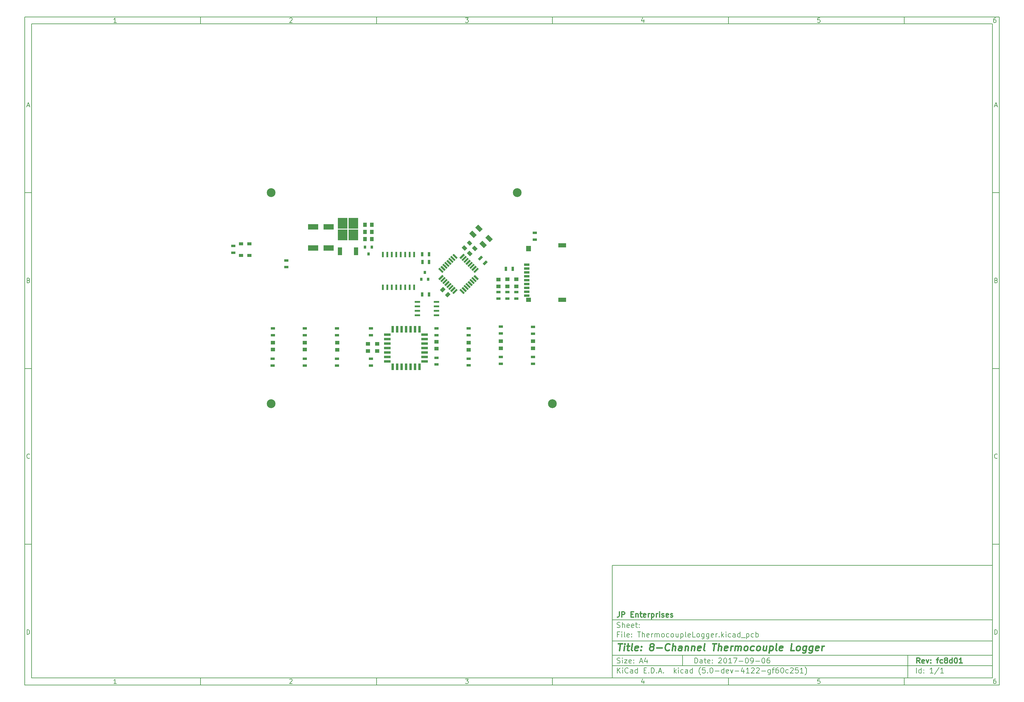
<source format=gtp>
%TF.GenerationSoftware,KiCad,Pcbnew,(5.0-dev-4122-gf60c251)*%
%TF.CreationDate,2018-08-13T09:47:59+01:00*%
%TF.ProjectId,ThermocoupleLogger,546865726D6F636F75706C654C6F6767,fc8d01*%
%TF.SameCoordinates,Original*%
%TF.FileFunction,Paste,Top*%
%TF.FilePolarity,Positive*%
%FSLAX46Y46*%
G04 Gerber Fmt 4.6, Leading zero omitted, Abs format (unit mm)*
G04 Created by KiCad (PCBNEW (5.0-dev-4122-gf60c251)) date Monday, 13 August 2018 at 09:47:59*
%MOMM*%
%LPD*%
G01*
G04 APERTURE LIST*
%ADD10C,0.100000*%
%ADD11C,0.150000*%
%ADD12C,0.300000*%
%ADD13C,0.400000*%
%ADD14R,0.700000X1.300000*%
%ADD15R,1.200000X0.900000*%
%ADD16R,3.000000X1.600000*%
%ADD17R,0.800000X0.900000*%
%ADD18C,1.200000*%
%ADD19C,2.500000*%
%ADD20C,0.550000*%
%ADD21R,1.600000X0.700000*%
%ADD22R,1.400000X1.200000*%
%ADD23R,1.400000X1.600000*%
%ADD24R,2.200000X1.200000*%
%ADD25C,1.000000*%
%ADD26R,0.600000X1.500000*%
%ADD27R,1.250000X1.000000*%
%ADD28R,1.300000X0.700000*%
%ADD29R,0.700000X1.925000*%
%ADD30R,1.925000X0.700000*%
%ADD31R,1.000000X1.250000*%
%ADD32C,0.700000*%
%ADD33R,1.550000X0.600000*%
%ADD34R,2.750000X3.050000*%
%ADD35R,1.200000X2.200000*%
G04 APERTURE END LIST*
D10*
D11*
X177002200Y-166007200D02*
X177002200Y-198007200D01*
X285002200Y-198007200D01*
X285002200Y-166007200D01*
X177002200Y-166007200D01*
D10*
D11*
X10000000Y-10000000D02*
X10000000Y-200007200D01*
X287002200Y-200007200D01*
X287002200Y-10000000D01*
X10000000Y-10000000D01*
D10*
D11*
X12000000Y-12000000D02*
X12000000Y-198007200D01*
X285002200Y-198007200D01*
X285002200Y-12000000D01*
X12000000Y-12000000D01*
D10*
D11*
X60000000Y-12000000D02*
X60000000Y-10000000D01*
D10*
D11*
X110000000Y-12000000D02*
X110000000Y-10000000D01*
D10*
D11*
X160000000Y-12000000D02*
X160000000Y-10000000D01*
D10*
D11*
X210000000Y-12000000D02*
X210000000Y-10000000D01*
D10*
D11*
X260000000Y-12000000D02*
X260000000Y-10000000D01*
D10*
D11*
X36065476Y-11588095D02*
X35322619Y-11588095D01*
X35694047Y-11588095D02*
X35694047Y-10288095D01*
X35570238Y-10473809D01*
X35446428Y-10597619D01*
X35322619Y-10659523D01*
D10*
D11*
X85322619Y-10411904D02*
X85384523Y-10350000D01*
X85508333Y-10288095D01*
X85817857Y-10288095D01*
X85941666Y-10350000D01*
X86003571Y-10411904D01*
X86065476Y-10535714D01*
X86065476Y-10659523D01*
X86003571Y-10845238D01*
X85260714Y-11588095D01*
X86065476Y-11588095D01*
D10*
D11*
X135260714Y-10288095D02*
X136065476Y-10288095D01*
X135632142Y-10783333D01*
X135817857Y-10783333D01*
X135941666Y-10845238D01*
X136003571Y-10907142D01*
X136065476Y-11030952D01*
X136065476Y-11340476D01*
X136003571Y-11464285D01*
X135941666Y-11526190D01*
X135817857Y-11588095D01*
X135446428Y-11588095D01*
X135322619Y-11526190D01*
X135260714Y-11464285D01*
D10*
D11*
X185941666Y-10721428D02*
X185941666Y-11588095D01*
X185632142Y-10226190D02*
X185322619Y-11154761D01*
X186127380Y-11154761D01*
D10*
D11*
X236003571Y-10288095D02*
X235384523Y-10288095D01*
X235322619Y-10907142D01*
X235384523Y-10845238D01*
X235508333Y-10783333D01*
X235817857Y-10783333D01*
X235941666Y-10845238D01*
X236003571Y-10907142D01*
X236065476Y-11030952D01*
X236065476Y-11340476D01*
X236003571Y-11464285D01*
X235941666Y-11526190D01*
X235817857Y-11588095D01*
X235508333Y-11588095D01*
X235384523Y-11526190D01*
X235322619Y-11464285D01*
D10*
D11*
X285941666Y-10288095D02*
X285694047Y-10288095D01*
X285570238Y-10350000D01*
X285508333Y-10411904D01*
X285384523Y-10597619D01*
X285322619Y-10845238D01*
X285322619Y-11340476D01*
X285384523Y-11464285D01*
X285446428Y-11526190D01*
X285570238Y-11588095D01*
X285817857Y-11588095D01*
X285941666Y-11526190D01*
X286003571Y-11464285D01*
X286065476Y-11340476D01*
X286065476Y-11030952D01*
X286003571Y-10907142D01*
X285941666Y-10845238D01*
X285817857Y-10783333D01*
X285570238Y-10783333D01*
X285446428Y-10845238D01*
X285384523Y-10907142D01*
X285322619Y-11030952D01*
D10*
D11*
X60000000Y-198007200D02*
X60000000Y-200007200D01*
D10*
D11*
X110000000Y-198007200D02*
X110000000Y-200007200D01*
D10*
D11*
X160000000Y-198007200D02*
X160000000Y-200007200D01*
D10*
D11*
X210000000Y-198007200D02*
X210000000Y-200007200D01*
D10*
D11*
X260000000Y-198007200D02*
X260000000Y-200007200D01*
D10*
D11*
X36065476Y-199595295D02*
X35322619Y-199595295D01*
X35694047Y-199595295D02*
X35694047Y-198295295D01*
X35570238Y-198481009D01*
X35446428Y-198604819D01*
X35322619Y-198666723D01*
D10*
D11*
X85322619Y-198419104D02*
X85384523Y-198357200D01*
X85508333Y-198295295D01*
X85817857Y-198295295D01*
X85941666Y-198357200D01*
X86003571Y-198419104D01*
X86065476Y-198542914D01*
X86065476Y-198666723D01*
X86003571Y-198852438D01*
X85260714Y-199595295D01*
X86065476Y-199595295D01*
D10*
D11*
X135260714Y-198295295D02*
X136065476Y-198295295D01*
X135632142Y-198790533D01*
X135817857Y-198790533D01*
X135941666Y-198852438D01*
X136003571Y-198914342D01*
X136065476Y-199038152D01*
X136065476Y-199347676D01*
X136003571Y-199471485D01*
X135941666Y-199533390D01*
X135817857Y-199595295D01*
X135446428Y-199595295D01*
X135322619Y-199533390D01*
X135260714Y-199471485D01*
D10*
D11*
X185941666Y-198728628D02*
X185941666Y-199595295D01*
X185632142Y-198233390D02*
X185322619Y-199161961D01*
X186127380Y-199161961D01*
D10*
D11*
X236003571Y-198295295D02*
X235384523Y-198295295D01*
X235322619Y-198914342D01*
X235384523Y-198852438D01*
X235508333Y-198790533D01*
X235817857Y-198790533D01*
X235941666Y-198852438D01*
X236003571Y-198914342D01*
X236065476Y-199038152D01*
X236065476Y-199347676D01*
X236003571Y-199471485D01*
X235941666Y-199533390D01*
X235817857Y-199595295D01*
X235508333Y-199595295D01*
X235384523Y-199533390D01*
X235322619Y-199471485D01*
D10*
D11*
X285941666Y-198295295D02*
X285694047Y-198295295D01*
X285570238Y-198357200D01*
X285508333Y-198419104D01*
X285384523Y-198604819D01*
X285322619Y-198852438D01*
X285322619Y-199347676D01*
X285384523Y-199471485D01*
X285446428Y-199533390D01*
X285570238Y-199595295D01*
X285817857Y-199595295D01*
X285941666Y-199533390D01*
X286003571Y-199471485D01*
X286065476Y-199347676D01*
X286065476Y-199038152D01*
X286003571Y-198914342D01*
X285941666Y-198852438D01*
X285817857Y-198790533D01*
X285570238Y-198790533D01*
X285446428Y-198852438D01*
X285384523Y-198914342D01*
X285322619Y-199038152D01*
D10*
D11*
X10000000Y-60000000D02*
X12000000Y-60000000D01*
D10*
D11*
X10000000Y-110000000D02*
X12000000Y-110000000D01*
D10*
D11*
X10000000Y-160000000D02*
X12000000Y-160000000D01*
D10*
D11*
X10690476Y-35216666D02*
X11309523Y-35216666D01*
X10566666Y-35588095D02*
X11000000Y-34288095D01*
X11433333Y-35588095D01*
D10*
D11*
X11092857Y-84907142D02*
X11278571Y-84969047D01*
X11340476Y-85030952D01*
X11402380Y-85154761D01*
X11402380Y-85340476D01*
X11340476Y-85464285D01*
X11278571Y-85526190D01*
X11154761Y-85588095D01*
X10659523Y-85588095D01*
X10659523Y-84288095D01*
X11092857Y-84288095D01*
X11216666Y-84350000D01*
X11278571Y-84411904D01*
X11340476Y-84535714D01*
X11340476Y-84659523D01*
X11278571Y-84783333D01*
X11216666Y-84845238D01*
X11092857Y-84907142D01*
X10659523Y-84907142D01*
D10*
D11*
X11402380Y-135464285D02*
X11340476Y-135526190D01*
X11154761Y-135588095D01*
X11030952Y-135588095D01*
X10845238Y-135526190D01*
X10721428Y-135402380D01*
X10659523Y-135278571D01*
X10597619Y-135030952D01*
X10597619Y-134845238D01*
X10659523Y-134597619D01*
X10721428Y-134473809D01*
X10845238Y-134350000D01*
X11030952Y-134288095D01*
X11154761Y-134288095D01*
X11340476Y-134350000D01*
X11402380Y-134411904D01*
D10*
D11*
X10659523Y-185588095D02*
X10659523Y-184288095D01*
X10969047Y-184288095D01*
X11154761Y-184350000D01*
X11278571Y-184473809D01*
X11340476Y-184597619D01*
X11402380Y-184845238D01*
X11402380Y-185030952D01*
X11340476Y-185278571D01*
X11278571Y-185402380D01*
X11154761Y-185526190D01*
X10969047Y-185588095D01*
X10659523Y-185588095D01*
D10*
D11*
X287002200Y-60000000D02*
X285002200Y-60000000D01*
D10*
D11*
X287002200Y-110000000D02*
X285002200Y-110000000D01*
D10*
D11*
X287002200Y-160000000D02*
X285002200Y-160000000D01*
D10*
D11*
X285692676Y-35216666D02*
X286311723Y-35216666D01*
X285568866Y-35588095D02*
X286002200Y-34288095D01*
X286435533Y-35588095D01*
D10*
D11*
X286095057Y-84907142D02*
X286280771Y-84969047D01*
X286342676Y-85030952D01*
X286404580Y-85154761D01*
X286404580Y-85340476D01*
X286342676Y-85464285D01*
X286280771Y-85526190D01*
X286156961Y-85588095D01*
X285661723Y-85588095D01*
X285661723Y-84288095D01*
X286095057Y-84288095D01*
X286218866Y-84350000D01*
X286280771Y-84411904D01*
X286342676Y-84535714D01*
X286342676Y-84659523D01*
X286280771Y-84783333D01*
X286218866Y-84845238D01*
X286095057Y-84907142D01*
X285661723Y-84907142D01*
D10*
D11*
X286404580Y-135464285D02*
X286342676Y-135526190D01*
X286156961Y-135588095D01*
X286033152Y-135588095D01*
X285847438Y-135526190D01*
X285723628Y-135402380D01*
X285661723Y-135278571D01*
X285599819Y-135030952D01*
X285599819Y-134845238D01*
X285661723Y-134597619D01*
X285723628Y-134473809D01*
X285847438Y-134350000D01*
X286033152Y-134288095D01*
X286156961Y-134288095D01*
X286342676Y-134350000D01*
X286404580Y-134411904D01*
D10*
D11*
X285661723Y-185588095D02*
X285661723Y-184288095D01*
X285971247Y-184288095D01*
X286156961Y-184350000D01*
X286280771Y-184473809D01*
X286342676Y-184597619D01*
X286404580Y-184845238D01*
X286404580Y-185030952D01*
X286342676Y-185278571D01*
X286280771Y-185402380D01*
X286156961Y-185526190D01*
X285971247Y-185588095D01*
X285661723Y-185588095D01*
D10*
D11*
X200434342Y-193785771D02*
X200434342Y-192285771D01*
X200791485Y-192285771D01*
X201005771Y-192357200D01*
X201148628Y-192500057D01*
X201220057Y-192642914D01*
X201291485Y-192928628D01*
X201291485Y-193142914D01*
X201220057Y-193428628D01*
X201148628Y-193571485D01*
X201005771Y-193714342D01*
X200791485Y-193785771D01*
X200434342Y-193785771D01*
X202577200Y-193785771D02*
X202577200Y-193000057D01*
X202505771Y-192857200D01*
X202362914Y-192785771D01*
X202077200Y-192785771D01*
X201934342Y-192857200D01*
X202577200Y-193714342D02*
X202434342Y-193785771D01*
X202077200Y-193785771D01*
X201934342Y-193714342D01*
X201862914Y-193571485D01*
X201862914Y-193428628D01*
X201934342Y-193285771D01*
X202077200Y-193214342D01*
X202434342Y-193214342D01*
X202577200Y-193142914D01*
X203077200Y-192785771D02*
X203648628Y-192785771D01*
X203291485Y-192285771D02*
X203291485Y-193571485D01*
X203362914Y-193714342D01*
X203505771Y-193785771D01*
X203648628Y-193785771D01*
X204720057Y-193714342D02*
X204577200Y-193785771D01*
X204291485Y-193785771D01*
X204148628Y-193714342D01*
X204077200Y-193571485D01*
X204077200Y-193000057D01*
X204148628Y-192857200D01*
X204291485Y-192785771D01*
X204577200Y-192785771D01*
X204720057Y-192857200D01*
X204791485Y-193000057D01*
X204791485Y-193142914D01*
X204077200Y-193285771D01*
X205434342Y-193642914D02*
X205505771Y-193714342D01*
X205434342Y-193785771D01*
X205362914Y-193714342D01*
X205434342Y-193642914D01*
X205434342Y-193785771D01*
X205434342Y-192857200D02*
X205505771Y-192928628D01*
X205434342Y-193000057D01*
X205362914Y-192928628D01*
X205434342Y-192857200D01*
X205434342Y-193000057D01*
X207220057Y-192428628D02*
X207291485Y-192357200D01*
X207434342Y-192285771D01*
X207791485Y-192285771D01*
X207934342Y-192357200D01*
X208005771Y-192428628D01*
X208077200Y-192571485D01*
X208077200Y-192714342D01*
X208005771Y-192928628D01*
X207148628Y-193785771D01*
X208077200Y-193785771D01*
X209005771Y-192285771D02*
X209148628Y-192285771D01*
X209291485Y-192357200D01*
X209362914Y-192428628D01*
X209434342Y-192571485D01*
X209505771Y-192857200D01*
X209505771Y-193214342D01*
X209434342Y-193500057D01*
X209362914Y-193642914D01*
X209291485Y-193714342D01*
X209148628Y-193785771D01*
X209005771Y-193785771D01*
X208862914Y-193714342D01*
X208791485Y-193642914D01*
X208720057Y-193500057D01*
X208648628Y-193214342D01*
X208648628Y-192857200D01*
X208720057Y-192571485D01*
X208791485Y-192428628D01*
X208862914Y-192357200D01*
X209005771Y-192285771D01*
X210934342Y-193785771D02*
X210077200Y-193785771D01*
X210505771Y-193785771D02*
X210505771Y-192285771D01*
X210362914Y-192500057D01*
X210220057Y-192642914D01*
X210077200Y-192714342D01*
X211434342Y-192285771D02*
X212434342Y-192285771D01*
X211791485Y-193785771D01*
X213005771Y-193214342D02*
X214148628Y-193214342D01*
X215148628Y-192285771D02*
X215291485Y-192285771D01*
X215434342Y-192357200D01*
X215505771Y-192428628D01*
X215577200Y-192571485D01*
X215648628Y-192857200D01*
X215648628Y-193214342D01*
X215577200Y-193500057D01*
X215505771Y-193642914D01*
X215434342Y-193714342D01*
X215291485Y-193785771D01*
X215148628Y-193785771D01*
X215005771Y-193714342D01*
X214934342Y-193642914D01*
X214862914Y-193500057D01*
X214791485Y-193214342D01*
X214791485Y-192857200D01*
X214862914Y-192571485D01*
X214934342Y-192428628D01*
X215005771Y-192357200D01*
X215148628Y-192285771D01*
X216362914Y-193785771D02*
X216648628Y-193785771D01*
X216791485Y-193714342D01*
X216862914Y-193642914D01*
X217005771Y-193428628D01*
X217077200Y-193142914D01*
X217077200Y-192571485D01*
X217005771Y-192428628D01*
X216934342Y-192357200D01*
X216791485Y-192285771D01*
X216505771Y-192285771D01*
X216362914Y-192357200D01*
X216291485Y-192428628D01*
X216220057Y-192571485D01*
X216220057Y-192928628D01*
X216291485Y-193071485D01*
X216362914Y-193142914D01*
X216505771Y-193214342D01*
X216791485Y-193214342D01*
X216934342Y-193142914D01*
X217005771Y-193071485D01*
X217077200Y-192928628D01*
X217720057Y-193214342D02*
X218862914Y-193214342D01*
X219862914Y-192285771D02*
X220005771Y-192285771D01*
X220148628Y-192357200D01*
X220220057Y-192428628D01*
X220291485Y-192571485D01*
X220362914Y-192857200D01*
X220362914Y-193214342D01*
X220291485Y-193500057D01*
X220220057Y-193642914D01*
X220148628Y-193714342D01*
X220005771Y-193785771D01*
X219862914Y-193785771D01*
X219720057Y-193714342D01*
X219648628Y-193642914D01*
X219577200Y-193500057D01*
X219505771Y-193214342D01*
X219505771Y-192857200D01*
X219577200Y-192571485D01*
X219648628Y-192428628D01*
X219720057Y-192357200D01*
X219862914Y-192285771D01*
X221648628Y-192285771D02*
X221362914Y-192285771D01*
X221220057Y-192357200D01*
X221148628Y-192428628D01*
X221005771Y-192642914D01*
X220934342Y-192928628D01*
X220934342Y-193500057D01*
X221005771Y-193642914D01*
X221077200Y-193714342D01*
X221220057Y-193785771D01*
X221505771Y-193785771D01*
X221648628Y-193714342D01*
X221720057Y-193642914D01*
X221791485Y-193500057D01*
X221791485Y-193142914D01*
X221720057Y-193000057D01*
X221648628Y-192928628D01*
X221505771Y-192857200D01*
X221220057Y-192857200D01*
X221077200Y-192928628D01*
X221005771Y-193000057D01*
X220934342Y-193142914D01*
D10*
D11*
X177002200Y-194507200D02*
X285002200Y-194507200D01*
D10*
D11*
X178434342Y-196585771D02*
X178434342Y-195085771D01*
X179291485Y-196585771D02*
X178648628Y-195728628D01*
X179291485Y-195085771D02*
X178434342Y-195942914D01*
X179934342Y-196585771D02*
X179934342Y-195585771D01*
X179934342Y-195085771D02*
X179862914Y-195157200D01*
X179934342Y-195228628D01*
X180005771Y-195157200D01*
X179934342Y-195085771D01*
X179934342Y-195228628D01*
X181505771Y-196442914D02*
X181434342Y-196514342D01*
X181220057Y-196585771D01*
X181077200Y-196585771D01*
X180862914Y-196514342D01*
X180720057Y-196371485D01*
X180648628Y-196228628D01*
X180577200Y-195942914D01*
X180577200Y-195728628D01*
X180648628Y-195442914D01*
X180720057Y-195300057D01*
X180862914Y-195157200D01*
X181077200Y-195085771D01*
X181220057Y-195085771D01*
X181434342Y-195157200D01*
X181505771Y-195228628D01*
X182791485Y-196585771D02*
X182791485Y-195800057D01*
X182720057Y-195657200D01*
X182577200Y-195585771D01*
X182291485Y-195585771D01*
X182148628Y-195657200D01*
X182791485Y-196514342D02*
X182648628Y-196585771D01*
X182291485Y-196585771D01*
X182148628Y-196514342D01*
X182077200Y-196371485D01*
X182077200Y-196228628D01*
X182148628Y-196085771D01*
X182291485Y-196014342D01*
X182648628Y-196014342D01*
X182791485Y-195942914D01*
X184148628Y-196585771D02*
X184148628Y-195085771D01*
X184148628Y-196514342D02*
X184005771Y-196585771D01*
X183720057Y-196585771D01*
X183577200Y-196514342D01*
X183505771Y-196442914D01*
X183434342Y-196300057D01*
X183434342Y-195871485D01*
X183505771Y-195728628D01*
X183577200Y-195657200D01*
X183720057Y-195585771D01*
X184005771Y-195585771D01*
X184148628Y-195657200D01*
X186005771Y-195800057D02*
X186505771Y-195800057D01*
X186720057Y-196585771D02*
X186005771Y-196585771D01*
X186005771Y-195085771D01*
X186720057Y-195085771D01*
X187362914Y-196442914D02*
X187434342Y-196514342D01*
X187362914Y-196585771D01*
X187291485Y-196514342D01*
X187362914Y-196442914D01*
X187362914Y-196585771D01*
X188077200Y-196585771D02*
X188077200Y-195085771D01*
X188434342Y-195085771D01*
X188648628Y-195157200D01*
X188791485Y-195300057D01*
X188862914Y-195442914D01*
X188934342Y-195728628D01*
X188934342Y-195942914D01*
X188862914Y-196228628D01*
X188791485Y-196371485D01*
X188648628Y-196514342D01*
X188434342Y-196585771D01*
X188077200Y-196585771D01*
X189577200Y-196442914D02*
X189648628Y-196514342D01*
X189577200Y-196585771D01*
X189505771Y-196514342D01*
X189577200Y-196442914D01*
X189577200Y-196585771D01*
X190220057Y-196157200D02*
X190934342Y-196157200D01*
X190077200Y-196585771D02*
X190577200Y-195085771D01*
X191077200Y-196585771D01*
X191577200Y-196442914D02*
X191648628Y-196514342D01*
X191577200Y-196585771D01*
X191505771Y-196514342D01*
X191577200Y-196442914D01*
X191577200Y-196585771D01*
X194577200Y-196585771D02*
X194577200Y-195085771D01*
X194720057Y-196014342D02*
X195148628Y-196585771D01*
X195148628Y-195585771D02*
X194577200Y-196157200D01*
X195791485Y-196585771D02*
X195791485Y-195585771D01*
X195791485Y-195085771D02*
X195720057Y-195157200D01*
X195791485Y-195228628D01*
X195862914Y-195157200D01*
X195791485Y-195085771D01*
X195791485Y-195228628D01*
X197148628Y-196514342D02*
X197005771Y-196585771D01*
X196720057Y-196585771D01*
X196577200Y-196514342D01*
X196505771Y-196442914D01*
X196434342Y-196300057D01*
X196434342Y-195871485D01*
X196505771Y-195728628D01*
X196577200Y-195657200D01*
X196720057Y-195585771D01*
X197005771Y-195585771D01*
X197148628Y-195657200D01*
X198434342Y-196585771D02*
X198434342Y-195800057D01*
X198362914Y-195657200D01*
X198220057Y-195585771D01*
X197934342Y-195585771D01*
X197791485Y-195657200D01*
X198434342Y-196514342D02*
X198291485Y-196585771D01*
X197934342Y-196585771D01*
X197791485Y-196514342D01*
X197720057Y-196371485D01*
X197720057Y-196228628D01*
X197791485Y-196085771D01*
X197934342Y-196014342D01*
X198291485Y-196014342D01*
X198434342Y-195942914D01*
X199791485Y-196585771D02*
X199791485Y-195085771D01*
X199791485Y-196514342D02*
X199648628Y-196585771D01*
X199362914Y-196585771D01*
X199220057Y-196514342D01*
X199148628Y-196442914D01*
X199077200Y-196300057D01*
X199077200Y-195871485D01*
X199148628Y-195728628D01*
X199220057Y-195657200D01*
X199362914Y-195585771D01*
X199648628Y-195585771D01*
X199791485Y-195657200D01*
X202077200Y-197157200D02*
X202005771Y-197085771D01*
X201862914Y-196871485D01*
X201791485Y-196728628D01*
X201720057Y-196514342D01*
X201648628Y-196157200D01*
X201648628Y-195871485D01*
X201720057Y-195514342D01*
X201791485Y-195300057D01*
X201862914Y-195157200D01*
X202005771Y-194942914D01*
X202077200Y-194871485D01*
X203362914Y-195085771D02*
X202648628Y-195085771D01*
X202577200Y-195800057D01*
X202648628Y-195728628D01*
X202791485Y-195657200D01*
X203148628Y-195657200D01*
X203291485Y-195728628D01*
X203362914Y-195800057D01*
X203434342Y-195942914D01*
X203434342Y-196300057D01*
X203362914Y-196442914D01*
X203291485Y-196514342D01*
X203148628Y-196585771D01*
X202791485Y-196585771D01*
X202648628Y-196514342D01*
X202577200Y-196442914D01*
X204077200Y-196442914D02*
X204148628Y-196514342D01*
X204077200Y-196585771D01*
X204005771Y-196514342D01*
X204077200Y-196442914D01*
X204077200Y-196585771D01*
X205077200Y-195085771D02*
X205220057Y-195085771D01*
X205362914Y-195157200D01*
X205434342Y-195228628D01*
X205505771Y-195371485D01*
X205577200Y-195657200D01*
X205577200Y-196014342D01*
X205505771Y-196300057D01*
X205434342Y-196442914D01*
X205362914Y-196514342D01*
X205220057Y-196585771D01*
X205077200Y-196585771D01*
X204934342Y-196514342D01*
X204862914Y-196442914D01*
X204791485Y-196300057D01*
X204720057Y-196014342D01*
X204720057Y-195657200D01*
X204791485Y-195371485D01*
X204862914Y-195228628D01*
X204934342Y-195157200D01*
X205077200Y-195085771D01*
X206220057Y-196014342D02*
X207362914Y-196014342D01*
X208720057Y-196585771D02*
X208720057Y-195085771D01*
X208720057Y-196514342D02*
X208577200Y-196585771D01*
X208291485Y-196585771D01*
X208148628Y-196514342D01*
X208077200Y-196442914D01*
X208005771Y-196300057D01*
X208005771Y-195871485D01*
X208077200Y-195728628D01*
X208148628Y-195657200D01*
X208291485Y-195585771D01*
X208577200Y-195585771D01*
X208720057Y-195657200D01*
X210005771Y-196514342D02*
X209862914Y-196585771D01*
X209577200Y-196585771D01*
X209434342Y-196514342D01*
X209362914Y-196371485D01*
X209362914Y-195800057D01*
X209434342Y-195657200D01*
X209577200Y-195585771D01*
X209862914Y-195585771D01*
X210005771Y-195657200D01*
X210077200Y-195800057D01*
X210077200Y-195942914D01*
X209362914Y-196085771D01*
X210577200Y-195585771D02*
X210934342Y-196585771D01*
X211291485Y-195585771D01*
X211862914Y-196014342D02*
X213005771Y-196014342D01*
X214362914Y-195585771D02*
X214362914Y-196585771D01*
X214005771Y-195014342D02*
X213648628Y-196085771D01*
X214577200Y-196085771D01*
X215934342Y-196585771D02*
X215077200Y-196585771D01*
X215505771Y-196585771D02*
X215505771Y-195085771D01*
X215362914Y-195300057D01*
X215220057Y-195442914D01*
X215077200Y-195514342D01*
X216505771Y-195228628D02*
X216577200Y-195157200D01*
X216720057Y-195085771D01*
X217077200Y-195085771D01*
X217220057Y-195157200D01*
X217291485Y-195228628D01*
X217362914Y-195371485D01*
X217362914Y-195514342D01*
X217291485Y-195728628D01*
X216434342Y-196585771D01*
X217362914Y-196585771D01*
X217934342Y-195228628D02*
X218005771Y-195157200D01*
X218148628Y-195085771D01*
X218505771Y-195085771D01*
X218648628Y-195157200D01*
X218720057Y-195228628D01*
X218791485Y-195371485D01*
X218791485Y-195514342D01*
X218720057Y-195728628D01*
X217862914Y-196585771D01*
X218791485Y-196585771D01*
X219434342Y-196014342D02*
X220577200Y-196014342D01*
X221934342Y-195585771D02*
X221934342Y-196800057D01*
X221862914Y-196942914D01*
X221791485Y-197014342D01*
X221648628Y-197085771D01*
X221434342Y-197085771D01*
X221291485Y-197014342D01*
X221934342Y-196514342D02*
X221791485Y-196585771D01*
X221505771Y-196585771D01*
X221362914Y-196514342D01*
X221291485Y-196442914D01*
X221220057Y-196300057D01*
X221220057Y-195871485D01*
X221291485Y-195728628D01*
X221362914Y-195657200D01*
X221505771Y-195585771D01*
X221791485Y-195585771D01*
X221934342Y-195657200D01*
X222434342Y-195585771D02*
X223005771Y-195585771D01*
X222648628Y-196585771D02*
X222648628Y-195300057D01*
X222720057Y-195157200D01*
X222862914Y-195085771D01*
X223005771Y-195085771D01*
X224148628Y-195085771D02*
X223862914Y-195085771D01*
X223720057Y-195157200D01*
X223648628Y-195228628D01*
X223505771Y-195442914D01*
X223434342Y-195728628D01*
X223434342Y-196300057D01*
X223505771Y-196442914D01*
X223577200Y-196514342D01*
X223720057Y-196585771D01*
X224005771Y-196585771D01*
X224148628Y-196514342D01*
X224220057Y-196442914D01*
X224291485Y-196300057D01*
X224291485Y-195942914D01*
X224220057Y-195800057D01*
X224148628Y-195728628D01*
X224005771Y-195657200D01*
X223720057Y-195657200D01*
X223577200Y-195728628D01*
X223505771Y-195800057D01*
X223434342Y-195942914D01*
X225220057Y-195085771D02*
X225362914Y-195085771D01*
X225505771Y-195157200D01*
X225577200Y-195228628D01*
X225648628Y-195371485D01*
X225720057Y-195657200D01*
X225720057Y-196014342D01*
X225648628Y-196300057D01*
X225577200Y-196442914D01*
X225505771Y-196514342D01*
X225362914Y-196585771D01*
X225220057Y-196585771D01*
X225077200Y-196514342D01*
X225005771Y-196442914D01*
X224934342Y-196300057D01*
X224862914Y-196014342D01*
X224862914Y-195657200D01*
X224934342Y-195371485D01*
X225005771Y-195228628D01*
X225077200Y-195157200D01*
X225220057Y-195085771D01*
X227005771Y-196514342D02*
X226862914Y-196585771D01*
X226577200Y-196585771D01*
X226434342Y-196514342D01*
X226362914Y-196442914D01*
X226291485Y-196300057D01*
X226291485Y-195871485D01*
X226362914Y-195728628D01*
X226434342Y-195657200D01*
X226577200Y-195585771D01*
X226862914Y-195585771D01*
X227005771Y-195657200D01*
X227577199Y-195228628D02*
X227648628Y-195157200D01*
X227791485Y-195085771D01*
X228148628Y-195085771D01*
X228291485Y-195157200D01*
X228362914Y-195228628D01*
X228434342Y-195371485D01*
X228434342Y-195514342D01*
X228362914Y-195728628D01*
X227505771Y-196585771D01*
X228434342Y-196585771D01*
X229791485Y-195085771D02*
X229077199Y-195085771D01*
X229005771Y-195800057D01*
X229077199Y-195728628D01*
X229220057Y-195657200D01*
X229577199Y-195657200D01*
X229720057Y-195728628D01*
X229791485Y-195800057D01*
X229862914Y-195942914D01*
X229862914Y-196300057D01*
X229791485Y-196442914D01*
X229720057Y-196514342D01*
X229577199Y-196585771D01*
X229220057Y-196585771D01*
X229077199Y-196514342D01*
X229005771Y-196442914D01*
X231291485Y-196585771D02*
X230434342Y-196585771D01*
X230862914Y-196585771D02*
X230862914Y-195085771D01*
X230720057Y-195300057D01*
X230577199Y-195442914D01*
X230434342Y-195514342D01*
X231791485Y-197157200D02*
X231862914Y-197085771D01*
X232005771Y-196871485D01*
X232077199Y-196728628D01*
X232148628Y-196514342D01*
X232220057Y-196157200D01*
X232220057Y-195871485D01*
X232148628Y-195514342D01*
X232077199Y-195300057D01*
X232005771Y-195157200D01*
X231862914Y-194942914D01*
X231791485Y-194871485D01*
D10*
D11*
X177002200Y-191507200D02*
X285002200Y-191507200D01*
D10*
D12*
X264411485Y-193785771D02*
X263911485Y-193071485D01*
X263554342Y-193785771D02*
X263554342Y-192285771D01*
X264125771Y-192285771D01*
X264268628Y-192357200D01*
X264340057Y-192428628D01*
X264411485Y-192571485D01*
X264411485Y-192785771D01*
X264340057Y-192928628D01*
X264268628Y-193000057D01*
X264125771Y-193071485D01*
X263554342Y-193071485D01*
X265625771Y-193714342D02*
X265482914Y-193785771D01*
X265197200Y-193785771D01*
X265054342Y-193714342D01*
X264982914Y-193571485D01*
X264982914Y-193000057D01*
X265054342Y-192857200D01*
X265197200Y-192785771D01*
X265482914Y-192785771D01*
X265625771Y-192857200D01*
X265697200Y-193000057D01*
X265697200Y-193142914D01*
X264982914Y-193285771D01*
X266197200Y-192785771D02*
X266554342Y-193785771D01*
X266911485Y-192785771D01*
X267482914Y-193642914D02*
X267554342Y-193714342D01*
X267482914Y-193785771D01*
X267411485Y-193714342D01*
X267482914Y-193642914D01*
X267482914Y-193785771D01*
X267482914Y-192857200D02*
X267554342Y-192928628D01*
X267482914Y-193000057D01*
X267411485Y-192928628D01*
X267482914Y-192857200D01*
X267482914Y-193000057D01*
X269125771Y-192785771D02*
X269697200Y-192785771D01*
X269340057Y-193785771D02*
X269340057Y-192500057D01*
X269411485Y-192357200D01*
X269554342Y-192285771D01*
X269697200Y-192285771D01*
X270840057Y-193714342D02*
X270697200Y-193785771D01*
X270411485Y-193785771D01*
X270268628Y-193714342D01*
X270197200Y-193642914D01*
X270125771Y-193500057D01*
X270125771Y-193071485D01*
X270197200Y-192928628D01*
X270268628Y-192857200D01*
X270411485Y-192785771D01*
X270697200Y-192785771D01*
X270840057Y-192857200D01*
X271697200Y-192928628D02*
X271554342Y-192857200D01*
X271482914Y-192785771D01*
X271411485Y-192642914D01*
X271411485Y-192571485D01*
X271482914Y-192428628D01*
X271554342Y-192357200D01*
X271697200Y-192285771D01*
X271982914Y-192285771D01*
X272125771Y-192357200D01*
X272197200Y-192428628D01*
X272268628Y-192571485D01*
X272268628Y-192642914D01*
X272197200Y-192785771D01*
X272125771Y-192857200D01*
X271982914Y-192928628D01*
X271697200Y-192928628D01*
X271554342Y-193000057D01*
X271482914Y-193071485D01*
X271411485Y-193214342D01*
X271411485Y-193500057D01*
X271482914Y-193642914D01*
X271554342Y-193714342D01*
X271697200Y-193785771D01*
X271982914Y-193785771D01*
X272125771Y-193714342D01*
X272197200Y-193642914D01*
X272268628Y-193500057D01*
X272268628Y-193214342D01*
X272197200Y-193071485D01*
X272125771Y-193000057D01*
X271982914Y-192928628D01*
X273554342Y-193785771D02*
X273554342Y-192285771D01*
X273554342Y-193714342D02*
X273411485Y-193785771D01*
X273125771Y-193785771D01*
X272982914Y-193714342D01*
X272911485Y-193642914D01*
X272840057Y-193500057D01*
X272840057Y-193071485D01*
X272911485Y-192928628D01*
X272982914Y-192857200D01*
X273125771Y-192785771D01*
X273411485Y-192785771D01*
X273554342Y-192857200D01*
X274554342Y-192285771D02*
X274697200Y-192285771D01*
X274840057Y-192357200D01*
X274911485Y-192428628D01*
X274982914Y-192571485D01*
X275054342Y-192857200D01*
X275054342Y-193214342D01*
X274982914Y-193500057D01*
X274911485Y-193642914D01*
X274840057Y-193714342D01*
X274697200Y-193785771D01*
X274554342Y-193785771D01*
X274411485Y-193714342D01*
X274340057Y-193642914D01*
X274268628Y-193500057D01*
X274197200Y-193214342D01*
X274197200Y-192857200D01*
X274268628Y-192571485D01*
X274340057Y-192428628D01*
X274411485Y-192357200D01*
X274554342Y-192285771D01*
X276482914Y-193785771D02*
X275625771Y-193785771D01*
X276054342Y-193785771D02*
X276054342Y-192285771D01*
X275911485Y-192500057D01*
X275768628Y-192642914D01*
X275625771Y-192714342D01*
D10*
D11*
X178362914Y-193714342D02*
X178577200Y-193785771D01*
X178934342Y-193785771D01*
X179077200Y-193714342D01*
X179148628Y-193642914D01*
X179220057Y-193500057D01*
X179220057Y-193357200D01*
X179148628Y-193214342D01*
X179077200Y-193142914D01*
X178934342Y-193071485D01*
X178648628Y-193000057D01*
X178505771Y-192928628D01*
X178434342Y-192857200D01*
X178362914Y-192714342D01*
X178362914Y-192571485D01*
X178434342Y-192428628D01*
X178505771Y-192357200D01*
X178648628Y-192285771D01*
X179005771Y-192285771D01*
X179220057Y-192357200D01*
X179862914Y-193785771D02*
X179862914Y-192785771D01*
X179862914Y-192285771D02*
X179791485Y-192357200D01*
X179862914Y-192428628D01*
X179934342Y-192357200D01*
X179862914Y-192285771D01*
X179862914Y-192428628D01*
X180434342Y-192785771D02*
X181220057Y-192785771D01*
X180434342Y-193785771D01*
X181220057Y-193785771D01*
X182362914Y-193714342D02*
X182220057Y-193785771D01*
X181934342Y-193785771D01*
X181791485Y-193714342D01*
X181720057Y-193571485D01*
X181720057Y-193000057D01*
X181791485Y-192857200D01*
X181934342Y-192785771D01*
X182220057Y-192785771D01*
X182362914Y-192857200D01*
X182434342Y-193000057D01*
X182434342Y-193142914D01*
X181720057Y-193285771D01*
X183077200Y-193642914D02*
X183148628Y-193714342D01*
X183077200Y-193785771D01*
X183005771Y-193714342D01*
X183077200Y-193642914D01*
X183077200Y-193785771D01*
X183077200Y-192857200D02*
X183148628Y-192928628D01*
X183077200Y-193000057D01*
X183005771Y-192928628D01*
X183077200Y-192857200D01*
X183077200Y-193000057D01*
X184862914Y-193357200D02*
X185577200Y-193357200D01*
X184720057Y-193785771D02*
X185220057Y-192285771D01*
X185720057Y-193785771D01*
X186862914Y-192785771D02*
X186862914Y-193785771D01*
X186505771Y-192214342D02*
X186148628Y-193285771D01*
X187077200Y-193285771D01*
D10*
D11*
X263434342Y-196585771D02*
X263434342Y-195085771D01*
X264791485Y-196585771D02*
X264791485Y-195085771D01*
X264791485Y-196514342D02*
X264648628Y-196585771D01*
X264362914Y-196585771D01*
X264220057Y-196514342D01*
X264148628Y-196442914D01*
X264077200Y-196300057D01*
X264077200Y-195871485D01*
X264148628Y-195728628D01*
X264220057Y-195657200D01*
X264362914Y-195585771D01*
X264648628Y-195585771D01*
X264791485Y-195657200D01*
X265505771Y-196442914D02*
X265577200Y-196514342D01*
X265505771Y-196585771D01*
X265434342Y-196514342D01*
X265505771Y-196442914D01*
X265505771Y-196585771D01*
X265505771Y-195657200D02*
X265577200Y-195728628D01*
X265505771Y-195800057D01*
X265434342Y-195728628D01*
X265505771Y-195657200D01*
X265505771Y-195800057D01*
X268148628Y-196585771D02*
X267291485Y-196585771D01*
X267720057Y-196585771D02*
X267720057Y-195085771D01*
X267577200Y-195300057D01*
X267434342Y-195442914D01*
X267291485Y-195514342D01*
X269862914Y-195014342D02*
X268577200Y-196942914D01*
X271148628Y-196585771D02*
X270291485Y-196585771D01*
X270720057Y-196585771D02*
X270720057Y-195085771D01*
X270577200Y-195300057D01*
X270434342Y-195442914D01*
X270291485Y-195514342D01*
D10*
D11*
X177002200Y-187507200D02*
X285002200Y-187507200D01*
D10*
D13*
X178714580Y-188211961D02*
X179857438Y-188211961D01*
X179036009Y-190211961D02*
X179286009Y-188211961D01*
X180274104Y-190211961D02*
X180440771Y-188878628D01*
X180524104Y-188211961D02*
X180416961Y-188307200D01*
X180500295Y-188402438D01*
X180607438Y-188307200D01*
X180524104Y-188211961D01*
X180500295Y-188402438D01*
X181107438Y-188878628D02*
X181869342Y-188878628D01*
X181476485Y-188211961D02*
X181262200Y-189926247D01*
X181333628Y-190116723D01*
X181512200Y-190211961D01*
X181702676Y-190211961D01*
X182655057Y-190211961D02*
X182476485Y-190116723D01*
X182405057Y-189926247D01*
X182619342Y-188211961D01*
X184190771Y-190116723D02*
X183988390Y-190211961D01*
X183607438Y-190211961D01*
X183428866Y-190116723D01*
X183357438Y-189926247D01*
X183452676Y-189164342D01*
X183571723Y-188973866D01*
X183774104Y-188878628D01*
X184155057Y-188878628D01*
X184333628Y-188973866D01*
X184405057Y-189164342D01*
X184381247Y-189354819D01*
X183405057Y-189545295D01*
X185155057Y-190021485D02*
X185238390Y-190116723D01*
X185131247Y-190211961D01*
X185047914Y-190116723D01*
X185155057Y-190021485D01*
X185131247Y-190211961D01*
X185286009Y-188973866D02*
X185369342Y-189069104D01*
X185262200Y-189164342D01*
X185178866Y-189069104D01*
X185286009Y-188973866D01*
X185262200Y-189164342D01*
X188036009Y-189069104D02*
X187857438Y-188973866D01*
X187774104Y-188878628D01*
X187702676Y-188688152D01*
X187714580Y-188592914D01*
X187833628Y-188402438D01*
X187940771Y-188307200D01*
X188143152Y-188211961D01*
X188524104Y-188211961D01*
X188702676Y-188307200D01*
X188786009Y-188402438D01*
X188857438Y-188592914D01*
X188845533Y-188688152D01*
X188726485Y-188878628D01*
X188619342Y-188973866D01*
X188416961Y-189069104D01*
X188036009Y-189069104D01*
X187833628Y-189164342D01*
X187726485Y-189259580D01*
X187607438Y-189450057D01*
X187559819Y-189831009D01*
X187631247Y-190021485D01*
X187714580Y-190116723D01*
X187893152Y-190211961D01*
X188274104Y-190211961D01*
X188476485Y-190116723D01*
X188583628Y-190021485D01*
X188702676Y-189831009D01*
X188750295Y-189450057D01*
X188678866Y-189259580D01*
X188595533Y-189164342D01*
X188416961Y-189069104D01*
X189607438Y-189450057D02*
X191131247Y-189450057D01*
X193155057Y-190021485D02*
X193047914Y-190116723D01*
X192750295Y-190211961D01*
X192559819Y-190211961D01*
X192286009Y-190116723D01*
X192119342Y-189926247D01*
X192047914Y-189735771D01*
X192000295Y-189354819D01*
X192036009Y-189069104D01*
X192178866Y-188688152D01*
X192297914Y-188497676D01*
X192512200Y-188307200D01*
X192809819Y-188211961D01*
X193000295Y-188211961D01*
X193274104Y-188307200D01*
X193357438Y-188402438D01*
X193988390Y-190211961D02*
X194238390Y-188211961D01*
X194845533Y-190211961D02*
X194976485Y-189164342D01*
X194905057Y-188973866D01*
X194726485Y-188878628D01*
X194440771Y-188878628D01*
X194238390Y-188973866D01*
X194131247Y-189069104D01*
X196655057Y-190211961D02*
X196786009Y-189164342D01*
X196714580Y-188973866D01*
X196536009Y-188878628D01*
X196155057Y-188878628D01*
X195952676Y-188973866D01*
X196666961Y-190116723D02*
X196464580Y-190211961D01*
X195988390Y-190211961D01*
X195809819Y-190116723D01*
X195738390Y-189926247D01*
X195762200Y-189735771D01*
X195881247Y-189545295D01*
X196083628Y-189450057D01*
X196559819Y-189450057D01*
X196762200Y-189354819D01*
X197774104Y-188878628D02*
X197607438Y-190211961D01*
X197750295Y-189069104D02*
X197857438Y-188973866D01*
X198059819Y-188878628D01*
X198345533Y-188878628D01*
X198524104Y-188973866D01*
X198595533Y-189164342D01*
X198464580Y-190211961D01*
X199583628Y-188878628D02*
X199416961Y-190211961D01*
X199559819Y-189069104D02*
X199666961Y-188973866D01*
X199869342Y-188878628D01*
X200155057Y-188878628D01*
X200333628Y-188973866D01*
X200405057Y-189164342D01*
X200274104Y-190211961D01*
X202000295Y-190116723D02*
X201797914Y-190211961D01*
X201416961Y-190211961D01*
X201238390Y-190116723D01*
X201166961Y-189926247D01*
X201262200Y-189164342D01*
X201381247Y-188973866D01*
X201583628Y-188878628D01*
X201964580Y-188878628D01*
X202143152Y-188973866D01*
X202214580Y-189164342D01*
X202190771Y-189354819D01*
X201214580Y-189545295D01*
X203226485Y-190211961D02*
X203047914Y-190116723D01*
X202976485Y-189926247D01*
X203190771Y-188211961D01*
X205476485Y-188211961D02*
X206619342Y-188211961D01*
X205797914Y-190211961D02*
X206047914Y-188211961D01*
X207036009Y-190211961D02*
X207286009Y-188211961D01*
X207893152Y-190211961D02*
X208024104Y-189164342D01*
X207952676Y-188973866D01*
X207774104Y-188878628D01*
X207488390Y-188878628D01*
X207286009Y-188973866D01*
X207178866Y-189069104D01*
X209619342Y-190116723D02*
X209416961Y-190211961D01*
X209036009Y-190211961D01*
X208857438Y-190116723D01*
X208786009Y-189926247D01*
X208881247Y-189164342D01*
X209000295Y-188973866D01*
X209202676Y-188878628D01*
X209583628Y-188878628D01*
X209762200Y-188973866D01*
X209833628Y-189164342D01*
X209809819Y-189354819D01*
X208833628Y-189545295D01*
X210559819Y-190211961D02*
X210726485Y-188878628D01*
X210678866Y-189259580D02*
X210797914Y-189069104D01*
X210905057Y-188973866D01*
X211107438Y-188878628D01*
X211297914Y-188878628D01*
X211797914Y-190211961D02*
X211964580Y-188878628D01*
X211940771Y-189069104D02*
X212047914Y-188973866D01*
X212250295Y-188878628D01*
X212536009Y-188878628D01*
X212714580Y-188973866D01*
X212786009Y-189164342D01*
X212655057Y-190211961D01*
X212786009Y-189164342D02*
X212905057Y-188973866D01*
X213107438Y-188878628D01*
X213393152Y-188878628D01*
X213571723Y-188973866D01*
X213643152Y-189164342D01*
X213512200Y-190211961D01*
X214750295Y-190211961D02*
X214571723Y-190116723D01*
X214488390Y-190021485D01*
X214416961Y-189831009D01*
X214488390Y-189259580D01*
X214607438Y-189069104D01*
X214714580Y-188973866D01*
X214916961Y-188878628D01*
X215202676Y-188878628D01*
X215381247Y-188973866D01*
X215464580Y-189069104D01*
X215536009Y-189259580D01*
X215464580Y-189831009D01*
X215345533Y-190021485D01*
X215238390Y-190116723D01*
X215036009Y-190211961D01*
X214750295Y-190211961D01*
X217143152Y-190116723D02*
X216940771Y-190211961D01*
X216559819Y-190211961D01*
X216381247Y-190116723D01*
X216297914Y-190021485D01*
X216226485Y-189831009D01*
X216297914Y-189259580D01*
X216416961Y-189069104D01*
X216524104Y-188973866D01*
X216726485Y-188878628D01*
X217107438Y-188878628D01*
X217286009Y-188973866D01*
X218274104Y-190211961D02*
X218095533Y-190116723D01*
X218012200Y-190021485D01*
X217940771Y-189831009D01*
X218012200Y-189259580D01*
X218131247Y-189069104D01*
X218238390Y-188973866D01*
X218440771Y-188878628D01*
X218726485Y-188878628D01*
X218905057Y-188973866D01*
X218988390Y-189069104D01*
X219059819Y-189259580D01*
X218988390Y-189831009D01*
X218869342Y-190021485D01*
X218762200Y-190116723D01*
X218559819Y-190211961D01*
X218274104Y-190211961D01*
X220821723Y-188878628D02*
X220655057Y-190211961D01*
X219964580Y-188878628D02*
X219833628Y-189926247D01*
X219905057Y-190116723D01*
X220083628Y-190211961D01*
X220369342Y-190211961D01*
X220571723Y-190116723D01*
X220678866Y-190021485D01*
X221774104Y-188878628D02*
X221524104Y-190878628D01*
X221762200Y-188973866D02*
X221964580Y-188878628D01*
X222345533Y-188878628D01*
X222524104Y-188973866D01*
X222607438Y-189069104D01*
X222678866Y-189259580D01*
X222607438Y-189831009D01*
X222488390Y-190021485D01*
X222381247Y-190116723D01*
X222178866Y-190211961D01*
X221797914Y-190211961D01*
X221619342Y-190116723D01*
X223702676Y-190211961D02*
X223524104Y-190116723D01*
X223452676Y-189926247D01*
X223666961Y-188211961D01*
X225238390Y-190116723D02*
X225036009Y-190211961D01*
X224655057Y-190211961D01*
X224476485Y-190116723D01*
X224405057Y-189926247D01*
X224500295Y-189164342D01*
X224619342Y-188973866D01*
X224821723Y-188878628D01*
X225202676Y-188878628D01*
X225381247Y-188973866D01*
X225452676Y-189164342D01*
X225428866Y-189354819D01*
X224452676Y-189545295D01*
X228655057Y-190211961D02*
X227702676Y-190211961D01*
X227952676Y-188211961D01*
X229607438Y-190211961D02*
X229428866Y-190116723D01*
X229345533Y-190021485D01*
X229274104Y-189831009D01*
X229345533Y-189259580D01*
X229464580Y-189069104D01*
X229571723Y-188973866D01*
X229774104Y-188878628D01*
X230059819Y-188878628D01*
X230238390Y-188973866D01*
X230321723Y-189069104D01*
X230393152Y-189259580D01*
X230321723Y-189831009D01*
X230202676Y-190021485D01*
X230095533Y-190116723D01*
X229893152Y-190211961D01*
X229607438Y-190211961D01*
X232155057Y-188878628D02*
X231952676Y-190497676D01*
X231833628Y-190688152D01*
X231726485Y-190783390D01*
X231524104Y-190878628D01*
X231238390Y-190878628D01*
X231059819Y-190783390D01*
X232000295Y-190116723D02*
X231797914Y-190211961D01*
X231416961Y-190211961D01*
X231238390Y-190116723D01*
X231155057Y-190021485D01*
X231083628Y-189831009D01*
X231155057Y-189259580D01*
X231274104Y-189069104D01*
X231381247Y-188973866D01*
X231583628Y-188878628D01*
X231964580Y-188878628D01*
X232143152Y-188973866D01*
X233964580Y-188878628D02*
X233762199Y-190497676D01*
X233643152Y-190688152D01*
X233536009Y-190783390D01*
X233333628Y-190878628D01*
X233047914Y-190878628D01*
X232869342Y-190783390D01*
X233809819Y-190116723D02*
X233607438Y-190211961D01*
X233226485Y-190211961D01*
X233047914Y-190116723D01*
X232964580Y-190021485D01*
X232893152Y-189831009D01*
X232964580Y-189259580D01*
X233083628Y-189069104D01*
X233190771Y-188973866D01*
X233393152Y-188878628D01*
X233774104Y-188878628D01*
X233952676Y-188973866D01*
X235524104Y-190116723D02*
X235321723Y-190211961D01*
X234940771Y-190211961D01*
X234762199Y-190116723D01*
X234690771Y-189926247D01*
X234786009Y-189164342D01*
X234905057Y-188973866D01*
X235107438Y-188878628D01*
X235488390Y-188878628D01*
X235666961Y-188973866D01*
X235738390Y-189164342D01*
X235714580Y-189354819D01*
X234738390Y-189545295D01*
X236464580Y-190211961D02*
X236631247Y-188878628D01*
X236583628Y-189259580D02*
X236702676Y-189069104D01*
X236809819Y-188973866D01*
X237012199Y-188878628D01*
X237202676Y-188878628D01*
D10*
D11*
X178934342Y-185600057D02*
X178434342Y-185600057D01*
X178434342Y-186385771D02*
X178434342Y-184885771D01*
X179148628Y-184885771D01*
X179720057Y-186385771D02*
X179720057Y-185385771D01*
X179720057Y-184885771D02*
X179648628Y-184957200D01*
X179720057Y-185028628D01*
X179791485Y-184957200D01*
X179720057Y-184885771D01*
X179720057Y-185028628D01*
X180648628Y-186385771D02*
X180505771Y-186314342D01*
X180434342Y-186171485D01*
X180434342Y-184885771D01*
X181791485Y-186314342D02*
X181648628Y-186385771D01*
X181362914Y-186385771D01*
X181220057Y-186314342D01*
X181148628Y-186171485D01*
X181148628Y-185600057D01*
X181220057Y-185457200D01*
X181362914Y-185385771D01*
X181648628Y-185385771D01*
X181791485Y-185457200D01*
X181862914Y-185600057D01*
X181862914Y-185742914D01*
X181148628Y-185885771D01*
X182505771Y-186242914D02*
X182577200Y-186314342D01*
X182505771Y-186385771D01*
X182434342Y-186314342D01*
X182505771Y-186242914D01*
X182505771Y-186385771D01*
X182505771Y-185457200D02*
X182577200Y-185528628D01*
X182505771Y-185600057D01*
X182434342Y-185528628D01*
X182505771Y-185457200D01*
X182505771Y-185600057D01*
X184148628Y-184885771D02*
X185005771Y-184885771D01*
X184577200Y-186385771D02*
X184577200Y-184885771D01*
X185505771Y-186385771D02*
X185505771Y-184885771D01*
X186148628Y-186385771D02*
X186148628Y-185600057D01*
X186077200Y-185457200D01*
X185934342Y-185385771D01*
X185720057Y-185385771D01*
X185577200Y-185457200D01*
X185505771Y-185528628D01*
X187434342Y-186314342D02*
X187291485Y-186385771D01*
X187005771Y-186385771D01*
X186862914Y-186314342D01*
X186791485Y-186171485D01*
X186791485Y-185600057D01*
X186862914Y-185457200D01*
X187005771Y-185385771D01*
X187291485Y-185385771D01*
X187434342Y-185457200D01*
X187505771Y-185600057D01*
X187505771Y-185742914D01*
X186791485Y-185885771D01*
X188148628Y-186385771D02*
X188148628Y-185385771D01*
X188148628Y-185671485D02*
X188220057Y-185528628D01*
X188291485Y-185457200D01*
X188434342Y-185385771D01*
X188577200Y-185385771D01*
X189077200Y-186385771D02*
X189077200Y-185385771D01*
X189077200Y-185528628D02*
X189148628Y-185457200D01*
X189291485Y-185385771D01*
X189505771Y-185385771D01*
X189648628Y-185457200D01*
X189720057Y-185600057D01*
X189720057Y-186385771D01*
X189720057Y-185600057D02*
X189791485Y-185457200D01*
X189934342Y-185385771D01*
X190148628Y-185385771D01*
X190291485Y-185457200D01*
X190362914Y-185600057D01*
X190362914Y-186385771D01*
X191291485Y-186385771D02*
X191148628Y-186314342D01*
X191077200Y-186242914D01*
X191005771Y-186100057D01*
X191005771Y-185671485D01*
X191077200Y-185528628D01*
X191148628Y-185457200D01*
X191291485Y-185385771D01*
X191505771Y-185385771D01*
X191648628Y-185457200D01*
X191720057Y-185528628D01*
X191791485Y-185671485D01*
X191791485Y-186100057D01*
X191720057Y-186242914D01*
X191648628Y-186314342D01*
X191505771Y-186385771D01*
X191291485Y-186385771D01*
X193077200Y-186314342D02*
X192934342Y-186385771D01*
X192648628Y-186385771D01*
X192505771Y-186314342D01*
X192434342Y-186242914D01*
X192362914Y-186100057D01*
X192362914Y-185671485D01*
X192434342Y-185528628D01*
X192505771Y-185457200D01*
X192648628Y-185385771D01*
X192934342Y-185385771D01*
X193077200Y-185457200D01*
X193934342Y-186385771D02*
X193791485Y-186314342D01*
X193720057Y-186242914D01*
X193648628Y-186100057D01*
X193648628Y-185671485D01*
X193720057Y-185528628D01*
X193791485Y-185457200D01*
X193934342Y-185385771D01*
X194148628Y-185385771D01*
X194291485Y-185457200D01*
X194362914Y-185528628D01*
X194434342Y-185671485D01*
X194434342Y-186100057D01*
X194362914Y-186242914D01*
X194291485Y-186314342D01*
X194148628Y-186385771D01*
X193934342Y-186385771D01*
X195720057Y-185385771D02*
X195720057Y-186385771D01*
X195077200Y-185385771D02*
X195077200Y-186171485D01*
X195148628Y-186314342D01*
X195291485Y-186385771D01*
X195505771Y-186385771D01*
X195648628Y-186314342D01*
X195720057Y-186242914D01*
X196434342Y-185385771D02*
X196434342Y-186885771D01*
X196434342Y-185457200D02*
X196577200Y-185385771D01*
X196862914Y-185385771D01*
X197005771Y-185457200D01*
X197077200Y-185528628D01*
X197148628Y-185671485D01*
X197148628Y-186100057D01*
X197077200Y-186242914D01*
X197005771Y-186314342D01*
X196862914Y-186385771D01*
X196577200Y-186385771D01*
X196434342Y-186314342D01*
X198005771Y-186385771D02*
X197862914Y-186314342D01*
X197791485Y-186171485D01*
X197791485Y-184885771D01*
X199148628Y-186314342D02*
X199005771Y-186385771D01*
X198720057Y-186385771D01*
X198577200Y-186314342D01*
X198505771Y-186171485D01*
X198505771Y-185600057D01*
X198577200Y-185457200D01*
X198720057Y-185385771D01*
X199005771Y-185385771D01*
X199148628Y-185457200D01*
X199220057Y-185600057D01*
X199220057Y-185742914D01*
X198505771Y-185885771D01*
X200577200Y-186385771D02*
X199862914Y-186385771D01*
X199862914Y-184885771D01*
X201291485Y-186385771D02*
X201148628Y-186314342D01*
X201077200Y-186242914D01*
X201005771Y-186100057D01*
X201005771Y-185671485D01*
X201077200Y-185528628D01*
X201148628Y-185457200D01*
X201291485Y-185385771D01*
X201505771Y-185385771D01*
X201648628Y-185457200D01*
X201720057Y-185528628D01*
X201791485Y-185671485D01*
X201791485Y-186100057D01*
X201720057Y-186242914D01*
X201648628Y-186314342D01*
X201505771Y-186385771D01*
X201291485Y-186385771D01*
X203077200Y-185385771D02*
X203077200Y-186600057D01*
X203005771Y-186742914D01*
X202934342Y-186814342D01*
X202791485Y-186885771D01*
X202577200Y-186885771D01*
X202434342Y-186814342D01*
X203077200Y-186314342D02*
X202934342Y-186385771D01*
X202648628Y-186385771D01*
X202505771Y-186314342D01*
X202434342Y-186242914D01*
X202362914Y-186100057D01*
X202362914Y-185671485D01*
X202434342Y-185528628D01*
X202505771Y-185457200D01*
X202648628Y-185385771D01*
X202934342Y-185385771D01*
X203077200Y-185457200D01*
X204434342Y-185385771D02*
X204434342Y-186600057D01*
X204362914Y-186742914D01*
X204291485Y-186814342D01*
X204148628Y-186885771D01*
X203934342Y-186885771D01*
X203791485Y-186814342D01*
X204434342Y-186314342D02*
X204291485Y-186385771D01*
X204005771Y-186385771D01*
X203862914Y-186314342D01*
X203791485Y-186242914D01*
X203720057Y-186100057D01*
X203720057Y-185671485D01*
X203791485Y-185528628D01*
X203862914Y-185457200D01*
X204005771Y-185385771D01*
X204291485Y-185385771D01*
X204434342Y-185457200D01*
X205720057Y-186314342D02*
X205577200Y-186385771D01*
X205291485Y-186385771D01*
X205148628Y-186314342D01*
X205077200Y-186171485D01*
X205077200Y-185600057D01*
X205148628Y-185457200D01*
X205291485Y-185385771D01*
X205577200Y-185385771D01*
X205720057Y-185457200D01*
X205791485Y-185600057D01*
X205791485Y-185742914D01*
X205077200Y-185885771D01*
X206434342Y-186385771D02*
X206434342Y-185385771D01*
X206434342Y-185671485D02*
X206505771Y-185528628D01*
X206577200Y-185457200D01*
X206720057Y-185385771D01*
X206862914Y-185385771D01*
X207362914Y-186242914D02*
X207434342Y-186314342D01*
X207362914Y-186385771D01*
X207291485Y-186314342D01*
X207362914Y-186242914D01*
X207362914Y-186385771D01*
X208077200Y-186385771D02*
X208077200Y-184885771D01*
X208220057Y-185814342D02*
X208648628Y-186385771D01*
X208648628Y-185385771D02*
X208077200Y-185957200D01*
X209291485Y-186385771D02*
X209291485Y-185385771D01*
X209291485Y-184885771D02*
X209220057Y-184957200D01*
X209291485Y-185028628D01*
X209362914Y-184957200D01*
X209291485Y-184885771D01*
X209291485Y-185028628D01*
X210648628Y-186314342D02*
X210505771Y-186385771D01*
X210220057Y-186385771D01*
X210077200Y-186314342D01*
X210005771Y-186242914D01*
X209934342Y-186100057D01*
X209934342Y-185671485D01*
X210005771Y-185528628D01*
X210077200Y-185457200D01*
X210220057Y-185385771D01*
X210505771Y-185385771D01*
X210648628Y-185457200D01*
X211934342Y-186385771D02*
X211934342Y-185600057D01*
X211862914Y-185457200D01*
X211720057Y-185385771D01*
X211434342Y-185385771D01*
X211291485Y-185457200D01*
X211934342Y-186314342D02*
X211791485Y-186385771D01*
X211434342Y-186385771D01*
X211291485Y-186314342D01*
X211220057Y-186171485D01*
X211220057Y-186028628D01*
X211291485Y-185885771D01*
X211434342Y-185814342D01*
X211791485Y-185814342D01*
X211934342Y-185742914D01*
X213291485Y-186385771D02*
X213291485Y-184885771D01*
X213291485Y-186314342D02*
X213148628Y-186385771D01*
X212862914Y-186385771D01*
X212720057Y-186314342D01*
X212648628Y-186242914D01*
X212577200Y-186100057D01*
X212577200Y-185671485D01*
X212648628Y-185528628D01*
X212720057Y-185457200D01*
X212862914Y-185385771D01*
X213148628Y-185385771D01*
X213291485Y-185457200D01*
X213648628Y-186528628D02*
X214791485Y-186528628D01*
X215148628Y-185385771D02*
X215148628Y-186885771D01*
X215148628Y-185457200D02*
X215291485Y-185385771D01*
X215577200Y-185385771D01*
X215720057Y-185457200D01*
X215791485Y-185528628D01*
X215862914Y-185671485D01*
X215862914Y-186100057D01*
X215791485Y-186242914D01*
X215720057Y-186314342D01*
X215577200Y-186385771D01*
X215291485Y-186385771D01*
X215148628Y-186314342D01*
X217148628Y-186314342D02*
X217005771Y-186385771D01*
X216720057Y-186385771D01*
X216577200Y-186314342D01*
X216505771Y-186242914D01*
X216434342Y-186100057D01*
X216434342Y-185671485D01*
X216505771Y-185528628D01*
X216577200Y-185457200D01*
X216720057Y-185385771D01*
X217005771Y-185385771D01*
X217148628Y-185457200D01*
X217791485Y-186385771D02*
X217791485Y-184885771D01*
X217791485Y-185457200D02*
X217934342Y-185385771D01*
X218220057Y-185385771D01*
X218362914Y-185457200D01*
X218434342Y-185528628D01*
X218505771Y-185671485D01*
X218505771Y-186100057D01*
X218434342Y-186242914D01*
X218362914Y-186314342D01*
X218220057Y-186385771D01*
X217934342Y-186385771D01*
X217791485Y-186314342D01*
D10*
D11*
X177002200Y-181507200D02*
X285002200Y-181507200D01*
D10*
D11*
X178362914Y-183614342D02*
X178577200Y-183685771D01*
X178934342Y-183685771D01*
X179077200Y-183614342D01*
X179148628Y-183542914D01*
X179220057Y-183400057D01*
X179220057Y-183257200D01*
X179148628Y-183114342D01*
X179077200Y-183042914D01*
X178934342Y-182971485D01*
X178648628Y-182900057D01*
X178505771Y-182828628D01*
X178434342Y-182757200D01*
X178362914Y-182614342D01*
X178362914Y-182471485D01*
X178434342Y-182328628D01*
X178505771Y-182257200D01*
X178648628Y-182185771D01*
X179005771Y-182185771D01*
X179220057Y-182257200D01*
X179862914Y-183685771D02*
X179862914Y-182185771D01*
X180505771Y-183685771D02*
X180505771Y-182900057D01*
X180434342Y-182757200D01*
X180291485Y-182685771D01*
X180077200Y-182685771D01*
X179934342Y-182757200D01*
X179862914Y-182828628D01*
X181791485Y-183614342D02*
X181648628Y-183685771D01*
X181362914Y-183685771D01*
X181220057Y-183614342D01*
X181148628Y-183471485D01*
X181148628Y-182900057D01*
X181220057Y-182757200D01*
X181362914Y-182685771D01*
X181648628Y-182685771D01*
X181791485Y-182757200D01*
X181862914Y-182900057D01*
X181862914Y-183042914D01*
X181148628Y-183185771D01*
X183077200Y-183614342D02*
X182934342Y-183685771D01*
X182648628Y-183685771D01*
X182505771Y-183614342D01*
X182434342Y-183471485D01*
X182434342Y-182900057D01*
X182505771Y-182757200D01*
X182648628Y-182685771D01*
X182934342Y-182685771D01*
X183077200Y-182757200D01*
X183148628Y-182900057D01*
X183148628Y-183042914D01*
X182434342Y-183185771D01*
X183577200Y-182685771D02*
X184148628Y-182685771D01*
X183791485Y-182185771D02*
X183791485Y-183471485D01*
X183862914Y-183614342D01*
X184005771Y-183685771D01*
X184148628Y-183685771D01*
X184648628Y-183542914D02*
X184720057Y-183614342D01*
X184648628Y-183685771D01*
X184577200Y-183614342D01*
X184648628Y-183542914D01*
X184648628Y-183685771D01*
X184648628Y-182757200D02*
X184720057Y-182828628D01*
X184648628Y-182900057D01*
X184577200Y-182828628D01*
X184648628Y-182757200D01*
X184648628Y-182900057D01*
D10*
D12*
X178982914Y-179185771D02*
X178982914Y-180257200D01*
X178911485Y-180471485D01*
X178768628Y-180614342D01*
X178554342Y-180685771D01*
X178411485Y-180685771D01*
X179697200Y-180685771D02*
X179697200Y-179185771D01*
X180268628Y-179185771D01*
X180411485Y-179257200D01*
X180482914Y-179328628D01*
X180554342Y-179471485D01*
X180554342Y-179685771D01*
X180482914Y-179828628D01*
X180411485Y-179900057D01*
X180268628Y-179971485D01*
X179697200Y-179971485D01*
X182340057Y-179900057D02*
X182840057Y-179900057D01*
X183054342Y-180685771D02*
X182340057Y-180685771D01*
X182340057Y-179185771D01*
X183054342Y-179185771D01*
X183697200Y-179685771D02*
X183697200Y-180685771D01*
X183697200Y-179828628D02*
X183768628Y-179757200D01*
X183911485Y-179685771D01*
X184125771Y-179685771D01*
X184268628Y-179757200D01*
X184340057Y-179900057D01*
X184340057Y-180685771D01*
X184840057Y-179685771D02*
X185411485Y-179685771D01*
X185054342Y-179185771D02*
X185054342Y-180471485D01*
X185125771Y-180614342D01*
X185268628Y-180685771D01*
X185411485Y-180685771D01*
X186482914Y-180614342D02*
X186340057Y-180685771D01*
X186054342Y-180685771D01*
X185911485Y-180614342D01*
X185840057Y-180471485D01*
X185840057Y-179900057D01*
X185911485Y-179757200D01*
X186054342Y-179685771D01*
X186340057Y-179685771D01*
X186482914Y-179757200D01*
X186554342Y-179900057D01*
X186554342Y-180042914D01*
X185840057Y-180185771D01*
X187197200Y-180685771D02*
X187197200Y-179685771D01*
X187197200Y-179971485D02*
X187268628Y-179828628D01*
X187340057Y-179757200D01*
X187482914Y-179685771D01*
X187625771Y-179685771D01*
X188125771Y-179685771D02*
X188125771Y-181185771D01*
X188125771Y-179757200D02*
X188268628Y-179685771D01*
X188554342Y-179685771D01*
X188697200Y-179757200D01*
X188768628Y-179828628D01*
X188840057Y-179971485D01*
X188840057Y-180400057D01*
X188768628Y-180542914D01*
X188697200Y-180614342D01*
X188554342Y-180685771D01*
X188268628Y-180685771D01*
X188125771Y-180614342D01*
X189482914Y-180685771D02*
X189482914Y-179685771D01*
X189482914Y-179971485D02*
X189554342Y-179828628D01*
X189625771Y-179757200D01*
X189768628Y-179685771D01*
X189911485Y-179685771D01*
X190411485Y-180685771D02*
X190411485Y-179685771D01*
X190411485Y-179185771D02*
X190340057Y-179257200D01*
X190411485Y-179328628D01*
X190482914Y-179257200D01*
X190411485Y-179185771D01*
X190411485Y-179328628D01*
X191054342Y-180614342D02*
X191197200Y-180685771D01*
X191482914Y-180685771D01*
X191625771Y-180614342D01*
X191697200Y-180471485D01*
X191697200Y-180400057D01*
X191625771Y-180257200D01*
X191482914Y-180185771D01*
X191268628Y-180185771D01*
X191125771Y-180114342D01*
X191054342Y-179971485D01*
X191054342Y-179900057D01*
X191125771Y-179757200D01*
X191268628Y-179685771D01*
X191482914Y-179685771D01*
X191625771Y-179757200D01*
X192911485Y-180614342D02*
X192768628Y-180685771D01*
X192482914Y-180685771D01*
X192340057Y-180614342D01*
X192268628Y-180471485D01*
X192268628Y-179900057D01*
X192340057Y-179757200D01*
X192482914Y-179685771D01*
X192768628Y-179685771D01*
X192911485Y-179757200D01*
X192982914Y-179900057D01*
X192982914Y-180042914D01*
X192268628Y-180185771D01*
X193554342Y-180614342D02*
X193697200Y-180685771D01*
X193982914Y-180685771D01*
X194125771Y-180614342D01*
X194197200Y-180471485D01*
X194197200Y-180400057D01*
X194125771Y-180257200D01*
X193982914Y-180185771D01*
X193768628Y-180185771D01*
X193625771Y-180114342D01*
X193554342Y-179971485D01*
X193554342Y-179900057D01*
X193625771Y-179757200D01*
X193768628Y-179685771D01*
X193982914Y-179685771D01*
X194125771Y-179757200D01*
D10*
D11*
X197002200Y-191507200D02*
X197002200Y-194507200D01*
D10*
D11*
X261002200Y-191507200D02*
X261002200Y-198007200D01*
D14*
%TO.C,R8*%
X123022320Y-79705200D03*
X124922320Y-79705200D03*
%TD*%
D15*
%TO.C,D2*%
X71526400Y-77799200D03*
X71526400Y-74499200D03*
%TD*%
D16*
%TO.C,C2*%
X92000000Y-69750000D03*
X96400000Y-69750000D03*
%TD*%
D17*
%TO.C,Q1*%
X123698000Y-82652360D03*
X124648000Y-84652360D03*
X122748000Y-84652360D03*
%TD*%
D18*
%TO.C,Y1*%
X140265685Y-74652742D03*
D10*
G36*
X141326345Y-74864874D02*
X140477817Y-75713402D01*
X139205025Y-74440610D01*
X140053553Y-73592082D01*
X141326345Y-74864874D01*
X141326345Y-74864874D01*
G37*
D18*
X137437258Y-71824315D03*
D10*
G36*
X138497918Y-72036447D02*
X137649390Y-72884975D01*
X136376598Y-71612183D01*
X137225126Y-70763655D01*
X138497918Y-72036447D01*
X138497918Y-72036447D01*
G37*
D18*
X139134315Y-70127258D03*
D10*
G36*
X140194975Y-70339390D02*
X139346447Y-71187918D01*
X138073655Y-69915126D01*
X138922183Y-69066598D01*
X140194975Y-70339390D01*
X140194975Y-70339390D01*
G37*
D18*
X141962742Y-72955685D03*
D10*
G36*
X143023402Y-73167817D02*
X142174874Y-74016345D01*
X140902082Y-72743553D01*
X141750610Y-71895025D01*
X143023402Y-73167817D01*
X143023402Y-73167817D01*
G37*
%TD*%
D16*
%TO.C,C1*%
X96400000Y-75692000D03*
X92000000Y-75692000D03*
%TD*%
D19*
%TO.C,Registration_2*%
X80000000Y-60000000D03*
%TD*%
%TO.C,Registration_1*%
X150000000Y-60000000D03*
%TD*%
%TO.C,Registration_3*%
X80000000Y-120000000D03*
%TD*%
%TO.C,Registration_4*%
X160000000Y-120000000D03*
%TD*%
D20*
%TO.C,IC1*%
X138302076Y-84101668D03*
D10*
G36*
X137541936Y-83730437D02*
X137930845Y-83341528D01*
X139062216Y-84472899D01*
X138673307Y-84861808D01*
X137541936Y-83730437D01*
X137541936Y-83730437D01*
G37*
D20*
X137736390Y-84667353D03*
D10*
G36*
X136976250Y-84296122D02*
X137365159Y-83907213D01*
X138496530Y-85038584D01*
X138107621Y-85427493D01*
X136976250Y-84296122D01*
X136976250Y-84296122D01*
G37*
D20*
X137170705Y-85233039D03*
D10*
G36*
X136410565Y-84861808D02*
X136799474Y-84472899D01*
X137930845Y-85604270D01*
X137541936Y-85993179D01*
X136410565Y-84861808D01*
X136410565Y-84861808D01*
G37*
D20*
X136605020Y-85798724D03*
D10*
G36*
X135844880Y-85427493D02*
X136233789Y-85038584D01*
X137365160Y-86169955D01*
X136976251Y-86558864D01*
X135844880Y-85427493D01*
X135844880Y-85427493D01*
G37*
D20*
X136039334Y-86364410D03*
D10*
G36*
X135279194Y-85993179D02*
X135668103Y-85604270D01*
X136799474Y-86735641D01*
X136410565Y-87124550D01*
X135279194Y-85993179D01*
X135279194Y-85993179D01*
G37*
D20*
X135473649Y-86930095D03*
D10*
G36*
X134713509Y-86558864D02*
X135102418Y-86169955D01*
X136233789Y-87301326D01*
X135844880Y-87690235D01*
X134713509Y-86558864D01*
X134713509Y-86558864D01*
G37*
D20*
X134907963Y-87495780D03*
D10*
G36*
X134147823Y-87124549D02*
X134536732Y-86735640D01*
X135668103Y-87867011D01*
X135279194Y-88255920D01*
X134147823Y-87124549D01*
X134147823Y-87124549D01*
G37*
D20*
X134342278Y-88061466D03*
D10*
G36*
X133582138Y-87690235D02*
X133971047Y-87301326D01*
X135102418Y-88432697D01*
X134713509Y-88821606D01*
X133582138Y-87690235D01*
X133582138Y-87690235D01*
G37*
D20*
X132291668Y-88061466D03*
D10*
G36*
X132662899Y-87301326D02*
X133051808Y-87690235D01*
X131920437Y-88821606D01*
X131531528Y-88432697D01*
X132662899Y-87301326D01*
X132662899Y-87301326D01*
G37*
D20*
X131725983Y-87495780D03*
D10*
G36*
X132097214Y-86735640D02*
X132486123Y-87124549D01*
X131354752Y-88255920D01*
X130965843Y-87867011D01*
X132097214Y-86735640D01*
X132097214Y-86735640D01*
G37*
D20*
X131160297Y-86930095D03*
D10*
G36*
X131531528Y-86169955D02*
X131920437Y-86558864D01*
X130789066Y-87690235D01*
X130400157Y-87301326D01*
X131531528Y-86169955D01*
X131531528Y-86169955D01*
G37*
D20*
X130594612Y-86364410D03*
D10*
G36*
X130965843Y-85604270D02*
X131354752Y-85993179D01*
X130223381Y-87124550D01*
X129834472Y-86735641D01*
X130965843Y-85604270D01*
X130965843Y-85604270D01*
G37*
D20*
X130028926Y-85798724D03*
D10*
G36*
X130400157Y-85038584D02*
X130789066Y-85427493D01*
X129657695Y-86558864D01*
X129268786Y-86169955D01*
X130400157Y-85038584D01*
X130400157Y-85038584D01*
G37*
D20*
X129463241Y-85233039D03*
D10*
G36*
X129834472Y-84472899D02*
X130223381Y-84861808D01*
X129092010Y-85993179D01*
X128703101Y-85604270D01*
X129834472Y-84472899D01*
X129834472Y-84472899D01*
G37*
D20*
X128897556Y-84667353D03*
D10*
G36*
X129268787Y-83907213D02*
X129657696Y-84296122D01*
X128526325Y-85427493D01*
X128137416Y-85038584D01*
X129268787Y-83907213D01*
X129268787Y-83907213D01*
G37*
D20*
X128331870Y-84101668D03*
D10*
G36*
X128703101Y-83341528D02*
X129092010Y-83730437D01*
X127960639Y-84861808D01*
X127571730Y-84472899D01*
X128703101Y-83341528D01*
X128703101Y-83341528D01*
G37*
D20*
X128331870Y-82051058D03*
D10*
G36*
X127571730Y-81679827D02*
X127960639Y-81290918D01*
X129092010Y-82422289D01*
X128703101Y-82811198D01*
X127571730Y-81679827D01*
X127571730Y-81679827D01*
G37*
D20*
X128897556Y-81485373D03*
D10*
G36*
X128137416Y-81114142D02*
X128526325Y-80725233D01*
X129657696Y-81856604D01*
X129268787Y-82245513D01*
X128137416Y-81114142D01*
X128137416Y-81114142D01*
G37*
D20*
X129463241Y-80919687D03*
D10*
G36*
X128703101Y-80548456D02*
X129092010Y-80159547D01*
X130223381Y-81290918D01*
X129834472Y-81679827D01*
X128703101Y-80548456D01*
X128703101Y-80548456D01*
G37*
D20*
X130028926Y-80354002D03*
D10*
G36*
X129268786Y-79982771D02*
X129657695Y-79593862D01*
X130789066Y-80725233D01*
X130400157Y-81114142D01*
X129268786Y-79982771D01*
X129268786Y-79982771D01*
G37*
D20*
X130594612Y-79788316D03*
D10*
G36*
X129834472Y-79417085D02*
X130223381Y-79028176D01*
X131354752Y-80159547D01*
X130965843Y-80548456D01*
X129834472Y-79417085D01*
X129834472Y-79417085D01*
G37*
D20*
X131160297Y-79222631D03*
D10*
G36*
X130400157Y-78851400D02*
X130789066Y-78462491D01*
X131920437Y-79593862D01*
X131531528Y-79982771D01*
X130400157Y-78851400D01*
X130400157Y-78851400D01*
G37*
D20*
X131725983Y-78656946D03*
D10*
G36*
X130965843Y-78285715D02*
X131354752Y-77896806D01*
X132486123Y-79028177D01*
X132097214Y-79417086D01*
X130965843Y-78285715D01*
X130965843Y-78285715D01*
G37*
D20*
X132291668Y-78091260D03*
D10*
G36*
X131531528Y-77720029D02*
X131920437Y-77331120D01*
X133051808Y-78462491D01*
X132662899Y-78851400D01*
X131531528Y-77720029D01*
X131531528Y-77720029D01*
G37*
D20*
X134342278Y-78091260D03*
D10*
G36*
X134713509Y-77331120D02*
X135102418Y-77720029D01*
X133971047Y-78851400D01*
X133582138Y-78462491D01*
X134713509Y-77331120D01*
X134713509Y-77331120D01*
G37*
D20*
X134907963Y-78656946D03*
D10*
G36*
X135279194Y-77896806D02*
X135668103Y-78285715D01*
X134536732Y-79417086D01*
X134147823Y-79028177D01*
X135279194Y-77896806D01*
X135279194Y-77896806D01*
G37*
D20*
X135473649Y-79222631D03*
D10*
G36*
X135844880Y-78462491D02*
X136233789Y-78851400D01*
X135102418Y-79982771D01*
X134713509Y-79593862D01*
X135844880Y-78462491D01*
X135844880Y-78462491D01*
G37*
D20*
X136039334Y-79788316D03*
D10*
G36*
X136410565Y-79028176D02*
X136799474Y-79417085D01*
X135668103Y-80548456D01*
X135279194Y-80159547D01*
X136410565Y-79028176D01*
X136410565Y-79028176D01*
G37*
D20*
X136605020Y-80354002D03*
D10*
G36*
X136976251Y-79593862D02*
X137365160Y-79982771D01*
X136233789Y-81114142D01*
X135844880Y-80725233D01*
X136976251Y-79593862D01*
X136976251Y-79593862D01*
G37*
D20*
X137170705Y-80919687D03*
D10*
G36*
X137541936Y-80159547D02*
X137930845Y-80548456D01*
X136799474Y-81679827D01*
X136410565Y-81290918D01*
X137541936Y-80159547D01*
X137541936Y-80159547D01*
G37*
D20*
X137736390Y-81485373D03*
D10*
G36*
X138107621Y-80725233D02*
X138496530Y-81114142D01*
X137365159Y-82245513D01*
X136976250Y-81856604D01*
X138107621Y-80725233D01*
X138107621Y-80725233D01*
G37*
D20*
X138302076Y-82051058D03*
D10*
G36*
X138673307Y-81290918D02*
X139062216Y-81679827D01*
X137930845Y-82811198D01*
X137541936Y-82422289D01*
X138673307Y-81290918D01*
X138673307Y-81290918D01*
G37*
%TD*%
D21*
%TO.C,CON1*%
X152695000Y-82700000D03*
X152695000Y-81600000D03*
X152695000Y-80500000D03*
X152695000Y-83800000D03*
X152695000Y-84900000D03*
X152695000Y-86000000D03*
X152695000Y-88200000D03*
X152695000Y-87100000D03*
X152695000Y-89300000D03*
D22*
X153195000Y-90450000D03*
D23*
X153195000Y-75850000D03*
D24*
X162795000Y-90450000D03*
X162795000Y-74950000D03*
%TD*%
D25*
%TO.C,C14*%
X137884880Y-75841456D03*
D10*
G36*
X137796492Y-75045961D02*
X138680375Y-75929844D01*
X137973268Y-76636951D01*
X137089385Y-75753068D01*
X137796492Y-75045961D01*
X137796492Y-75045961D01*
G37*
D25*
X136470666Y-77255670D03*
D10*
G36*
X136382278Y-76460175D02*
X137266161Y-77344058D01*
X136559054Y-78051165D01*
X135675171Y-77167282D01*
X136382278Y-76460175D01*
X136382278Y-76460175D01*
G37*
%TD*%
D25*
%TO.C,C15*%
X135022866Y-75706270D03*
D10*
G36*
X134934478Y-74910775D02*
X135818361Y-75794658D01*
X135111254Y-76501765D01*
X134227371Y-75617882D01*
X134934478Y-74910775D01*
X134934478Y-74910775D01*
G37*
D25*
X136437080Y-74292056D03*
D10*
G36*
X136348692Y-73496561D02*
X137232575Y-74380444D01*
X136525468Y-75087551D01*
X135641585Y-74203668D01*
X136348692Y-73496561D01*
X136348692Y-73496561D01*
G37*
%TD*%
D26*
%TO.C,U13*%
X120650000Y-86868000D03*
X119380000Y-86868000D03*
X118110000Y-86868000D03*
X116840000Y-86868000D03*
X115570000Y-86868000D03*
X114300000Y-86868000D03*
X113030000Y-86868000D03*
X111760000Y-86868000D03*
X111760000Y-77568000D03*
X113030000Y-77568000D03*
X114300000Y-77568000D03*
X115570000Y-77568000D03*
X116840000Y-77568000D03*
X118110000Y-77568000D03*
X119380000Y-77568000D03*
X120650000Y-77568000D03*
%TD*%
D27*
%TO.C,C16*%
X149733000Y-84648800D03*
X149733000Y-86648800D03*
%TD*%
%TO.C,C17*%
X144653000Y-86664800D03*
X144653000Y-84664800D03*
%TD*%
D28*
%TO.C,R5*%
X149733000Y-88254800D03*
X149733000Y-90154800D03*
%TD*%
%TO.C,R6*%
X144653000Y-90154800D03*
X144653000Y-88254800D03*
%TD*%
%TO.C,R7*%
X147193000Y-90154800D03*
X147193000Y-88254800D03*
%TD*%
D27*
%TO.C,C18*%
X147193000Y-84648800D03*
X147193000Y-86648800D03*
%TD*%
D28*
%TO.C,L2*%
X127000000Y-106949200D03*
X127000000Y-108849200D03*
%TD*%
%TO.C,L14*%
X98755200Y-109154000D03*
X98755200Y-107254000D03*
%TD*%
D29*
%TO.C,U4*%
X114554000Y-98817500D03*
X115824000Y-98817500D03*
X117094000Y-98817500D03*
X118364000Y-98817500D03*
X119634000Y-98817500D03*
X120904000Y-98817500D03*
X122174000Y-98817500D03*
D30*
X123686500Y-100330000D03*
X123686500Y-101600000D03*
X123686500Y-102870000D03*
X123686500Y-104140000D03*
X123686500Y-105410000D03*
X123686500Y-106680000D03*
X123686500Y-107950000D03*
D29*
X122174000Y-109462500D03*
X120904000Y-109462500D03*
X119634000Y-109462500D03*
X118364000Y-109462500D03*
X117094000Y-109462500D03*
X115824000Y-109462500D03*
X114554000Y-109462500D03*
D30*
X113041500Y-100330000D03*
X113041500Y-101600000D03*
X113041500Y-102870000D03*
X113041500Y-107950000D03*
X113041500Y-106680000D03*
X113041500Y-105410000D03*
X113041500Y-104140000D03*
%TD*%
D28*
%TO.C,L3*%
X136144000Y-100502000D03*
X136144000Y-98602000D03*
%TD*%
D31*
%TO.C,C3*%
X106696000Y-71120000D03*
X108696000Y-71120000D03*
%TD*%
%TO.C,C4*%
X108696000Y-69088000D03*
X106696000Y-69088000D03*
%TD*%
%TO.C,C5*%
X108696000Y-73152000D03*
X106696000Y-73152000D03*
%TD*%
D27*
%TO.C,C6*%
X127000000Y-104378000D03*
X127000000Y-102378000D03*
%TD*%
%TO.C,C7*%
X136144000Y-104648000D03*
X136144000Y-102648000D03*
%TD*%
%TO.C,C8*%
X145288000Y-104251000D03*
X145288000Y-102251000D03*
%TD*%
%TO.C,C9*%
X154432000Y-102225600D03*
X154432000Y-104225600D03*
%TD*%
%TO.C,C10*%
X80530428Y-102632000D03*
X80530428Y-104632000D03*
%TD*%
%TO.C,C11*%
X89611200Y-102632000D03*
X89611200Y-104632000D03*
%TD*%
%TO.C,C12*%
X98818428Y-104659280D03*
X98818428Y-102659280D03*
%TD*%
%TO.C,C13*%
X107569000Y-103013000D03*
X107569000Y-105013000D03*
%TD*%
D28*
%TO.C,L1*%
X127000000Y-100518000D03*
X127000000Y-98618000D03*
%TD*%
%TO.C,L4*%
X136144000Y-107188000D03*
X136144000Y-109088000D03*
%TD*%
%TO.C,L5*%
X145288000Y-98110000D03*
X145288000Y-100010000D03*
%TD*%
%TO.C,L6*%
X145288000Y-108646000D03*
X145288000Y-106746000D03*
%TD*%
%TO.C,L7*%
X154432000Y-98176000D03*
X154432000Y-100076000D03*
%TD*%
%TO.C,L8*%
X154432000Y-108646000D03*
X154432000Y-106746000D03*
%TD*%
%TO.C,L9*%
X80530428Y-98618000D03*
X80530428Y-100518000D03*
%TD*%
%TO.C,L10*%
X80467200Y-109154000D03*
X80467200Y-107254000D03*
%TD*%
%TO.C,L11*%
X89611200Y-100518000D03*
X89611200Y-98618000D03*
%TD*%
%TO.C,L12*%
X89611200Y-107254000D03*
X89611200Y-109154000D03*
%TD*%
%TO.C,L13*%
X98755200Y-98618000D03*
X98755200Y-100518000D03*
%TD*%
%TO.C,L15*%
X108407200Y-100518000D03*
X108407200Y-98618000D03*
%TD*%
%TO.C,L16*%
X108407200Y-107254000D03*
X108407200Y-109154000D03*
%TD*%
%TO.C,R1*%
X69265800Y-77033200D03*
X69265800Y-75133200D03*
%TD*%
%TO.C,R2*%
X84401660Y-81175900D03*
X84401660Y-79275900D03*
%TD*%
D14*
%TO.C,R3*%
X124902000Y-88900000D03*
X123002000Y-88900000D03*
%TD*%
D32*
%TO.C,R4*%
X140879751Y-79919751D03*
D10*
G36*
X140172644Y-80131883D02*
X141091883Y-79212644D01*
X141586858Y-79707619D01*
X140667619Y-80626858D01*
X140172644Y-80131883D01*
X140172644Y-80131883D01*
G37*
D32*
X139536249Y-78576249D03*
D10*
G36*
X138829142Y-78788381D02*
X139748381Y-77869142D01*
X140243356Y-78364117D01*
X139324117Y-79283356D01*
X138829142Y-78788381D01*
X138829142Y-78788381D01*
G37*
%TD*%
D33*
%TO.C,U14*%
X127033000Y-91008200D03*
X127033000Y-92278200D03*
X127033000Y-93548200D03*
X127033000Y-94818200D03*
X121633000Y-94818200D03*
X121633000Y-93548200D03*
X121633000Y-92278200D03*
X121633000Y-91008200D03*
%TD*%
D27*
%TO.C,C19*%
X110185200Y-103013000D03*
X110185200Y-105013000D03*
%TD*%
D34*
%TO.C,U1*%
X103379000Y-72007600D03*
X100329000Y-68657600D03*
X100329000Y-72007600D03*
X103379000Y-68657600D03*
D35*
X104134000Y-76632600D03*
X99574000Y-76632600D03*
%TD*%
D17*
%TO.C,U2*%
X107696000Y-77454000D03*
X106746000Y-75454000D03*
X108646000Y-75454000D03*
%TD*%
D14*
%TO.C,R9*%
X123002000Y-77470000D03*
X124902000Y-77470000D03*
%TD*%
D15*
%TO.C,D3*%
X73888600Y-74499200D03*
X73888600Y-77799200D03*
%TD*%
D25*
%TO.C,C20*%
X130247107Y-88972107D03*
D10*
G36*
X129451612Y-89060495D02*
X130335495Y-88176612D01*
X131042602Y-88883719D01*
X130158719Y-89767602D01*
X129451612Y-89060495D01*
X129451612Y-89060495D01*
G37*
D25*
X128832893Y-87557893D03*
D10*
G36*
X128037398Y-87646281D02*
X128921281Y-86762398D01*
X129628388Y-87469505D01*
X128744505Y-88353388D01*
X128037398Y-87646281D01*
X128037398Y-87646281D01*
G37*
%TD*%
D14*
%TO.C,R10*%
X148701800Y-81686400D03*
X146801800Y-81686400D03*
%TD*%
D28*
%TO.C,R11*%
X154940000Y-73340000D03*
X154940000Y-71440000D03*
%TD*%
M02*

</source>
